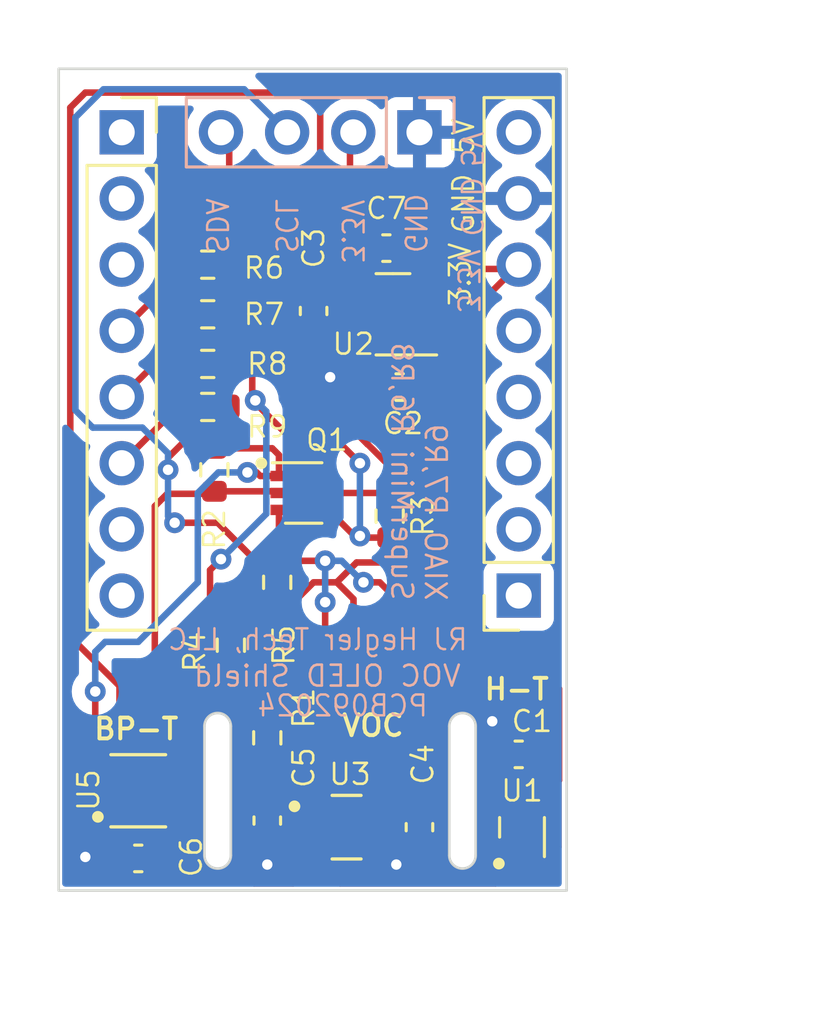
<source format=kicad_pcb>
(kicad_pcb (version 20221018) (generator pcbnew)
  (title_block (title "VOC Shield") (date "2024-09-30") (rev "V1.0") (company "RJ HeglerTechnologies, LLC"))
  (layers (0 "F.Cu" signal) (31 "B.Cu" signal) (34 "B.Paste" user) (35 "F.Paste" user) (36 "B.SilkS" user "B.Silkscreen") (37 "F.SilkS" user "F.Silkscreen") (38 "B.Mask" user) (39 "F.Mask" user) (44 "Edge.Cuts" user))
  (net 0 "")
  (net 1 "+3.3V")
  (net 2 "GND")
  (net 3 "+1V8")
  (net 4 "Net-(U3-VDD)")
  (net 5 "/SDA1_8")
  (net 6 "/SCL")
  (net 7 "/SCL1_8")
  (net 8 "/SDA")
  (net 12 "unconnected-(J1-Pin_7-Pad7)")
  (net 20 "Net-(J1-Pin_6)")
  (net 21 "Net-(J1-Pin_5)")
  (net 22 "Net-(J1-Pin_4)")
  (footprint "RJHTEC:XCDR_SGP40-D-R4[1]" (layer "F.Cu") (at 122.551 91.567)
    (fp_text reference "U3" (at 0.131 -2.032) (layer "F.SilkS") (effects (font (size 0.8 0.8) (thickness 0.1))))
    (fp_text value "SGP41-D-R4")
    (fp_line (start -0.555 -1.22) (end 0.555 -1.22) (stroke (width 0.127)) (layer "F.SilkS"))
    (fp_line (start 0.555 1.22) (end -0.555 1.22) (stroke (width 0.127)) (layer "F.SilkS"))
    (fp_circle (center -2 -0.8) (end -1.9 -0.8) (stroke (width 0.2)) (fill none) (layer "F.SilkS"))
    (pad "1" smd rect (at -1.15 -0.8) (size 0.55 0.4) (layers "F.Cu" "F.Paste" "F.Mask") (net 4 "Net-(U3-VDD)"))
    (pad "2" smd rect (at -1.15 0) (size 0.55 0.4) (layers "F.Cu" "F.Paste" "F.Mask") (net 2 "GND"))
    (pad "3" smd rect (at -1.15 0.8) (size 0.55 0.4) (layers "F.Cu" "F.Paste" "F.Mask") (net 8 "/SDA"))
    (pad "4" smd rect (at 1.15 0.8) (size 0.55 0.4) (layers "F.Cu" "F.Paste" "F.Mask") (net 2 "GND"))
    (pad "5" smd rect (at 1.15 0) (size 0.55 0.4) (layers "F.Cu" "F.Paste" "F.Mask") (net 1 "+3.3V"))
    (pad "6" smd rect (at 1.15 -0.8) (size 0.55 0.4) (layers "F.Cu" "F.Paste" "F.Mask") (net 6 "/SCL"))
    (pad "7" smd custom (at 0 0) (size 1 1) (layers "F.Cu") (net 2 "GND") (options (clearance outline) (anchor rect)) (primitives (gr_poly (pts (xy -0.625 0.85) (xy -0.625 -0.55) (xy -0.325 -0.85) (xy 0.625 -0.85) (xy 0.625 0.85)) (width 0.01) (fill yes))))
  )
  (footprint "Resistor_SMD:R_0603_1608Metric" (layer "F.Cu") (at 119.888 82.169 90)
    (fp_text reference "R5" (at -2.413 0.254 90) (layer "F.SilkS") (effects (font (size 0.8 0.8) (thickness 0.1))))
    (fp_text value "10k")
    (fp_line (start -0.237258 -0.5225) (end 0.237258 -0.5225) (stroke (width 0.12)) (layer "F.SilkS"))
    (fp_line (start -0.237258 0.5225) (end 0.237258 0.5225) (stroke (width 0.12)) (layer "F.SilkS"))
    (pad "1" smd roundrect (at -0.825 0 90) (size 0.8 0.95) (layers "F.Cu" "F.Paste" "F.Mask") (net 1 "+3.3V"))
    (pad "2" smd roundrect (at 0.825 0 90) (size 0.8 0.95) (layers "F.Cu" "F.Paste" "F.Mask") (net 6 "/SCL"))
  )
  (footprint "Capacitor_SMD:C_0603_1608Metric" (layer "F.Cu") (at 125.349 91.567 -90)
    (fp_text reference "C4" (at -2.413 -0.127 90) (layer "F.SilkS") (effects (font (size 0.8 0.8) (thickness 0.1))))
    (fp_text value "1uF")
    (fp_line (start -0.14058 -0.51) (end 0.14058 -0.51) (stroke (width 0.12)) (layer "F.SilkS"))
    (fp_line (start -0.14058 0.51) (end 0.14058 0.51) (stroke (width 0.12)) (layer "F.SilkS"))
    (pad "1" smd roundrect (at -0.775 0 270) (size 0.9 0.95) (layers "F.Cu" "F.Paste" "F.Mask") (net 1 "+3.3V"))
    (pad "2" smd roundrect (at 0.775 0 270) (size 0.9 0.95) (layers "F.Cu" "F.Paste" "F.Mask") (net 2 "GND"))
  )
  (footprint "Resistor_SMD:R_0603_1608Metric" (layer "F.Cu") (at 117.221 71.882 180)
    (fp_text reference "R7" (at -2.159 0) (layer "F.SilkS") (effects (font (size 0.8 0.8) (thickness 0.1))))
    (fp_text value "0")
    (fp_line (start -0.237258 -0.5225) (end 0.237258 -0.5225) (stroke (width 0.12)) (layer "F.SilkS"))
    (fp_line (start -0.237258 0.5225) (end 0.237258 0.5225) (stroke (width 0.12)) (layer "F.SilkS"))
    (pad "1" smd roundrect (at -0.825 0 180) (size 0.8 0.95) (layers "F.Cu" "F.Paste" "F.Mask") (net 8 "/SDA"))
    (pad "2" smd roundrect (at 0.825 0 180) (size 0.8 0.95) (layers "F.Cu" "F.Paste" "F.Mask") (net 21 "Net-(J1-Pin_5)"))
  )
  (footprint "Capacitor_SMD:C_0603_1608Metric" (layer "F.Cu") (at 124.587 74.676 180)
    (fp_text reference "C2" (at -0.127 -1.397) (layer "F.SilkS") (effects (font (size 0.8 0.8) (thickness 0.1))))
    (fp_text value "1uF")
    (fp_line (start -0.14058 -0.51) (end 0.14058 -0.51) (stroke (width 0.12)) (layer "F.SilkS"))
    (fp_line (start -0.14058 0.51) (end 0.14058 0.51) (stroke (width 0.12)) (layer "F.SilkS"))
    (pad "1" smd roundrect (at -0.775 0 180) (size 0.9 0.95) (layers "F.Cu" "F.Paste" "F.Mask") (net 1 "+3.3V"))
    (pad "2" smd roundrect (at 0.775 0 180) (size 0.9 0.95) (layers "F.Cu" "F.Paste" "F.Mask") (net 2 "GND"))
  )
  (footprint "Package_TO_SOT_SMD:SOT-23" (layer "F.Cu") (at 124.333 71.882 180)
    (fp_text reference "U2" (at 1.524 -1.143) (layer "F.SilkS") (effects (font (size 0.8 0.8) (thickness 0.1))))
    (fp_text value "AP7313-18SAG-7")
    (fp_line (start 0 -1.56) (end -1.675 -1.56) (stroke (width 0.12)) (layer "F.SilkS"))
    (fp_line (start 0 -1.56) (end 0.65 -1.56) (stroke (width 0.12)) (layer "F.SilkS"))
    (fp_line (start 0 1.56) (end -0.65 1.56) (stroke (width 0.12)) (layer "F.SilkS"))
    (fp_line (start 0 1.56) (end 0.65 1.56) (stroke (width 0.12)) (layer "F.SilkS"))
    (pad "1" smd roundrect (at -0.9375 -0.95 180) (size 1.475 0.6) (layers "F.Cu" "F.Paste" "F.Mask") (net 1 "+3.3V"))
    (pad "2" smd roundrect (at -0.9375 0.95 180) (size 1.475 0.6) (layers "F.Cu" "F.Paste" "F.Mask") (net 3 "+1V8"))
    (pad "3" smd roundrect (at 0.9375 0 180) (size 1.475 0.6) (layers "F.Cu" "F.Paste" "F.Mask") (net 2 "GND"))
  )
  (footprint "Capacitor_SMD:C_0603_1608Metric" (layer "F.Cu") (at 124.079 69.342)
    (fp_text reference "C7" (at 0 -1.524) (layer "F.SilkS") (effects (font (size 0.8 0.8) (thickness 0.1))))
    (fp_text value "1uF")
    (fp_line (start -0.14058 -0.51) (end 0.14058 -0.51) (stroke (width 0.12)) (layer "F.SilkS"))
    (fp_line (start -0.14058 0.51) (end 0.14058 0.51) (stroke (width 0.12)) (layer "F.SilkS"))
    (pad "1" smd roundrect (at -0.775 0) (size 0.9 0.95) (layers "F.Cu" "F.Paste" "F.Mask") (net 1 "+3.3V"))
    (pad "2" smd roundrect (at 0.775 0) (size 0.9 0.95) (layers "F.Cu" "F.Paste" "F.Mask") (net 2 "GND"))
  )
  (footprint "Resistor_SMD:R_0603_1608Metric" (layer "F.Cu") (at 117.221 73.787 180)
    (fp_text reference "R8" (at -2.286 0) (layer "F.SilkS") (effects (font (size 0.8 0.8) (thickness 0.1))))
    (fp_text value "0")
    (fp_line (start -0.237258 -0.5225) (end 0.237258 -0.5225) (stroke (width 0.12)) (layer "F.SilkS"))
    (fp_line (start -0.237258 0.5225) (end 0.237258 0.5225) (stroke (width 0.12)) (layer "F.SilkS"))
    (pad "1" smd roundrect (at -0.825 0 180) (size 0.8 0.95) (layers "F.Cu" "F.Paste" "F.Mask") (net 6 "/SCL"))
    (pad "2" smd roundrect (at 0.825 0 180) (size 0.8 0.95) (layers "F.Cu" "F.Paste" "F.Mask") (net 21 "Net-(J1-Pin_5)"))
  )
  (footprint "Package_TO_SOT_SMD:SOT-363_SC-70-6" (layer "F.Cu") (at 120.904 78.74)
    (fp_text reference "Q1" (at 0.889 -2.032) (layer "F.SilkS") (effects (font (size 0.8 0.8) (thickness 0.1))))
    (fp_text value "UM6K34N")
    (fp_line (start -0.7 1.16) (end 0.7 1.16) (stroke (width 0.12)) (layer "F.SilkS"))
    (fp_line (start 0.7 -1.16) (end -1.2 -1.16) (stroke (width 0.12)) (layer "F.SilkS"))
    (pad "1" smd rect (at -0.95 -0.65) (size 0.65 0.4) (layers "F.Cu" "F.Paste" "F.Mask") (net 5 "/SDA1_8"))
    (pad "2" smd rect (at -0.95 0) (size 0.65 0.4) (layers "F.Cu" "F.Paste" "F.Mask") (net 3 "+1V8"))
    (pad "3" smd rect (at -0.95 0.65) (size 0.65 0.4) (layers "F.Cu" "F.Paste" "F.Mask") (net 6 "/SCL"))
    (pad "4" smd rect (at 0.95 0.65) (size 0.65 0.4) (layers "F.Cu" "F.Paste" "F.Mask") (net 7 "/SCL1_8"))
    (pad "5" smd rect (at 0.95 0) (size 0.65 0.4) (layers "F.Cu" "F.Paste" "F.Mask") (net 3 "+1V8"))
    (pad "6" smd rect (at 0.95 -0.65) (size 0.65 0.4) (layers "F.Cu" "F.Paste" "F.Mask") (net 8 "/SDA"))
  )
  (footprint "ICP_10111:PSON65P250X200X100-8N" (layer "F.Cu") (at 114.554 90.17 90)
    (fp_text reference "U5" (at 0.02672 -1.906224 90) (layer "F.SilkS") (effects (font (size 0.8 0.8) (thickness 0.1))))
    (fp_text value "ICP-10111")
    (fp_line (start -1.385 1.05) (end -1.385 -1.05) (stroke (width 0.127)) (layer "F.SilkS"))
    (fp_line (start 1.385 1.05) (end 1.385 -1.05) (stroke (width 0.127)) (layer "F.SilkS"))
    (fp_circle (center -1 -1.5) (end -0.95 -1.5) (stroke (width 0.1)) (fill none) (layer "F.SilkS"))
    (pad "1" smd rect (at -0.975 -0.72 90) (size 0.35 0.35) (layers "F.Cu" "F.Paste" "F.Mask") (net 2 "GND"))
    (pad "2" smd rect (at -0.325 -0.72 90) (size 0.35 0.35) (layers "F.Cu" "F.Paste" "F.Mask") (net 2 "GND"))
    (pad "3" smd rect (at 0.325 -0.72 90) (size 0.35 0.35) (layers "F.Cu" "F.Paste" "F.Mask") (net 5 "/SDA1_8"))
    (pad "4" smd rect (at 0.975 -0.72 90) (size 0.35 0.35) (layers "F.Cu" "F.Paste" "F.Mask") (net 7 "/SCL1_8"))
    (pad "5" smd rect (at 0.975 0.72 90) (size 0.35 0.35) (layers "F.Cu" "F.Paste" "F.Mask") (net 2 "GND"))
    (pad "6" smd rect (at 0.325 0.72 90) (size 0.35 0.35) (layers "F.Cu" "F.Paste" "F.Mask") (net 2 "GND"))
    (pad "7" smd rect (at -0.325 0.72 90) (size 0.35 0.35) (layers "F.Cu" "F.Paste" "F.Mask") (net 2 "GND"))
    (pad "8" smd rect (at -0.975 0.72 90) (size 0.35 0.35) (layers "F.Cu" "F.Paste" "F.Mask") (net 3 "+1V8"))
  )
  (footprint "Capacitor_SMD:C_0603_1608Metric" (layer "F.Cu") (at 114.554 92.766 180)
    (fp_text reference "C6" (at -2.032 0.056 90) (layer "F.SilkS") (effects (font (size 0.8 0.8) (thickness 0.1))))
    (fp_text value "0.1uF")
    (fp_line (start -0.14058 -0.51) (end 0.14058 -0.51) (stroke (width 0.12)) (layer "F.SilkS"))
    (fp_line (start -0.14058 0.51) (end 0.14058 0.51) (stroke (width 0.12)) (layer "F.SilkS"))
    (pad "1" smd roundrect (at -0.775 0 180) (size 0.9 0.95) (layers "F.Cu" "F.Paste" "F.Mask") (net 3 "+1V8"))
    (pad "2" smd roundrect (at 0.775 0 180) (size 0.9 0.95) (layers "F.Cu" "F.Paste" "F.Mask") (net 2 "GND"))
  )
  (footprint "Connector_PinSocket_2.54mm:PinSocket_1x08_P2.54mm_Vertical" (layer "F.Cu") (at 113.919 64.897)
    (fp_text reference "J1" hide)
    (fp_text value "Conn_01x08")
    (fp_line (start -1.33 1.27) (end -1.33 19.11) (stroke (width 0.12)) (layer "F.SilkS"))
    (fp_line (start -1.33 1.27) (end 1.33 1.27) (stroke (width 0.12)) (layer "F.SilkS"))
    (fp_line (start -1.33 19.11) (end 1.33 19.11) (stroke (width 0.12)) (layer "F.SilkS"))
    (fp_line (start 0 -1.33) (end 1.33 -1.33) (stroke (width 0.12)) (layer "F.SilkS"))
    (fp_line (start 1.33 -1.33) (end 1.33 0) (stroke (width 0.12)) (layer "F.SilkS"))
    (fp_line (start 1.33 1.27) (end 1.33 19.11) (stroke (width 0.12)) (layer "F.SilkS"))
    (pad "1" thru_hole rect locked (at 0 0) (size 1.7 1.7) (drill 1) (layers "*.Cu" "*.Mask"))
    (pad "2" thru_hole oval locked (at 0 2.54) (size 1.7 1.7) (drill 1) (layers "*.Cu" "*.Mask"))
    (pad "3" thru_hole oval locked (at 0 5.08) (size 1.7 1.7) (drill 1) (layers "*.Cu" "*.Mask"))
    (pad "4" thru_hole oval locked (at 0 7.62) (size 1.7 1.7) (drill 1) (layers "*.Cu" "*.Mask") (net 22 "Net-(J1-Pin_4)"))
    (pad "5" thru_hole oval locked (at 0 10.16) (size 1.7 1.7) (drill 1) (layers "*.Cu" "*.Mask") (net 21 "Net-(J1-Pin_5)"))
    (pad "6" thru_hole oval locked (at 0 12.7) (size 1.7 1.7) (drill 1) (layers "*.Cu" "*.Mask") (net 20 "Net-(J1-Pin_6)"))
    (pad "7" thru_hole oval locked (at 0 15.24) (size 1.7 1.7) (drill 1) (layers "*.Cu" "*.Mask") (net 12 "unconnected-(J1-Pin_7-Pad7)"))
    (pad "8" thru_hole oval locked (at 0 17.78) (size 1.7 1.7) (drill 1) (layers "*.Cu" "*.Mask"))
  )
  (footprint "Resistor_SMD:R_0603_1608Metric" (layer "F.Cu") (at 119.507 88.138 -90)
    (fp_text reference "R1" (at -1.143 -1.397 90) (layer "F.SilkS") (effects (font (size 0.8 0.8) (thickness 0.1))))
    (fp_text value "4.7")
    (fp_line (start -0.237258 -0.5225) (end 0.237258 -0.5225) (stroke (width 0.12)) (layer "F.SilkS"))
    (fp_line (start -0.237258 0.5225) (end 0.237258 0.5225) (stroke (width 0.12)) (layer "F.SilkS"))
    (pad "1" smd roundrect (at -0.825 0 270) (size 0.8 0.95) (layers "F.Cu" "F.Paste" "F.Mask") (net 1 "+3.3V"))
    (pad "2" smd roundrect (at 0.825 0 270) (size 0.8 0.95) (layers "F.Cu" "F.Paste" "F.Mask") (net 4 "Net-(U3-VDD)"))
  )
  (footprint "Resistor_SMD:R_0603_1608Metric" (layer "F.Cu") (at 118.11 84.582 -90)
    (fp_text reference "R4" (at 0.254 1.397 90) (layer "F.SilkS") (effects (font (size 0.8 0.8) (thickness 0.1))))
    (fp_text value "10k")
    (fp_line (start -0.237258 -0.5225) (end 0.237258 -0.5225) (stroke (width 0.12)) (layer "F.SilkS"))
    (fp_line (start -0.237258 0.5225) (end 0.237258 0.5225) (stroke (width 0.12)) (layer "F.SilkS"))
    (pad "1" smd roundrect (at -0.825 0 270) (size 0.8 0.95) (layers "F.Cu" "F.Paste" "F.Mask") (net 1 "+3.3V"))
    (pad "2" smd roundrect (at 0.825 0 270) (size 0.8 0.95) (layers "F.Cu" "F.Paste" "F.Mask") (net 8 "/SDA"))
  )
  (footprint "Resistor_SMD:R_0603_1608Metric" (layer "F.Cu") (at 124.206 79.629 -90)
    (fp_text reference "R3" (at 0 -1.27 90) (layer "F.SilkS") (effects (font (size 0.8 0.8) (thickness 0.1))))
    (fp_text value "10k")
    (fp_line (start -0.237258 -0.5225) (end 0.237258 -0.5225) (stroke (width 0.12)) (layer "F.SilkS"))
    (fp_line (start -0.237258 0.5225) (end 0.237258 0.5225) (stroke (width 0.12)) (layer "F.SilkS"))
    (pad "1" smd roundrect (at -0.825 0 270) (size 0.8 0.95) (layers "F.Cu" "F.Paste" "F.Mask") (net 3 "+1V8"))
    (pad "2" smd roundrect (at 0.825 0 270) (size 0.8 0.95) (layers "F.Cu" "F.Paste" "F.Mask") (net 7 "/SCL1_8"))
  )
  (footprint "Capacitor_SMD:C_0603_1608Metric" (layer "F.Cu") (at 121.285 71.755 -90)
    (fp_text reference "C3" (at -2.413 0 -270) (layer "F.SilkS") (effects (font (size 0.8 0.8) (thickness 0.1))))
    (fp_text value "1uF")
    (fp_line (start -0.14058 -0.51) (end 0.14058 -0.51) (stroke (width 0.12)) (layer "F.SilkS"))
    (fp_line (start -0.14058 0.51) (end 0.14058 0.51) (stroke (width 0.12)) (layer "F.SilkS"))
    (pad "1" smd roundrect (at -0.775 0 270) (size 0.9 0.95) (layers "F.Cu" "F.Paste" "F.Mask") (net 3 "+1V8"))
    (pad "2" smd roundrect (at 0.775 0 270) (size 0.9 0.95) (layers "F.Cu" "F.Paste" "F.Mask") (net 2 "GND"))
  )
  (footprint "Resistor_SMD:R_0603_1608Metric" (layer "F.Cu") (at 117.221 75.438 180)
    (fp_text reference "R9" (at -2.286 -0.762) (layer "F.SilkS") (effects (font (size 0.8 0.8) (thickness 0.1))))
    (fp_text value "0")
    (fp_line (start -0.237258 -0.5225) (end 0.237258 -0.5225) (stroke (width 0.12)) (layer "F.SilkS"))
    (fp_line (start -0.237258 0.5225) (end 0.237258 0.5225) (stroke (width 0.12)) (layer "F.SilkS"))
    (pad "1" smd roundrect (at -0.825 0 180) (size 0.8 0.95) (layers "F.Cu" "F.Paste" "F.Mask") (net 6 "/SCL"))
    (pad "2" smd roundrect (at 0.825 0 180) (size 0.8 0.95) (layers "F.Cu" "F.Paste" "F.Mask") (net 20 "Net-(J1-Pin_6)"))
  )
  (footprint "Resistor_SMD:R_0603_1608Metric" (layer "F.Cu") (at 117.475 77.851 90)
    (fp_text reference "R2" (at -2.286 0 90) (layer "F.SilkS") (effects (font (size 0.8 0.8) (thickness 0.1))))
    (fp_text value "10k")
    (fp_line (start -0.237258 -0.5225) (end 0.237258 -0.5225) (stroke (width 0.12)) (layer "F.SilkS"))
    (fp_line (start -0.237258 0.5225) (end 0.237258 0.5225) (stroke (width 0.12)) (layer "F.SilkS"))
    (pad "1" smd roundrect (at -0.825 0 90) (size 0.8 0.95) (layers "F.Cu" "F.Paste" "F.Mask") (net 3 "+1V8"))
    (pad "2" smd roundrect (at 0.825 0 90) (size 0.8 0.95) (layers "F.Cu" "F.Paste" "F.Mask") (net 5 "/SDA1_8"))
  )
  (footprint "Capacitor_SMD:C_0603_1608Metric" (layer "F.Cu") (at 119.507 91.313 -90)
    (fp_text reference "C5" (at -2.032 -1.397 90) (layer "F.SilkS") (effects (font (size 0.8 0.8) (thickness 0.1))))
    (fp_text value "1uF")
    (fp_line (start -0.14058 -0.51) (end 0.14058 -0.51) (stroke (width 0.12)) (layer "F.SilkS"))
    (fp_line (start -0.14058 0.51) (end 0.14058 0.51) (stroke (width 0.12)) (layer "F.SilkS"))
    (pad "1" smd roundrect (at -0.775 0 270) (size 0.9 0.95) (layers "F.Cu" "F.Paste" "F.Mask") (net 4 "Net-(U3-VDD)"))
    (pad "2" smd roundrect (at 0.775 0 270) (size 0.9 0.95) (layers "F.Cu" "F.Paste" "F.Mask") (net 2 "GND"))
  )
  (footprint "Connector_PinSocket_2.54mm:PinSocket_1x08_P2.54mm_Vertical" (layer "F.Cu") (at 129.159 82.677 180)
    (fp_text reference "J2" hide)
    (fp_text value "Conn_01x08")
    (fp_line (start -1.33 1.27) (end -1.33 19.11) (stroke (width 0.12)) (layer "F.SilkS"))
    (fp_line (start -1.33 1.27) (end 1.33 1.27) (stroke (width 0.12)) (layer "F.SilkS"))
    (fp_line (start -1.33 19.11) (end 1.33 19.11) (stroke (width 0.12)) (layer "F.SilkS"))
    (fp_line (start 0 -1.33) (end 1.33 -1.33) (stroke (width 0.12)) (layer "F.SilkS"))
    (fp_line (start 1.33 -1.33) (end 1.33 0) (stroke (width 0.12)) (layer "F.SilkS"))
    (fp_line (start 1.33 1.27) (end 1.33 19.11) (stroke (width 0.12)) (layer "F.SilkS"))
    (pad "1" thru_hole rect locked (at 0 0 180) (size 1.7 1.7) (drill 1) (layers "*.Cu" "*.Mask"))
    (pad "2" thru_hole oval locked (at 0 2.54 180) (size 1.7 1.7) (drill 1) (layers "*.Cu" "*.Mask"))
    (pad "3" thru_hole oval locked (at 0 5.08 180) (size 1.7 1.7) (drill 1) (layers "*.Cu" "*.Mask"))
    (pad "4" thru_hole oval locked (at 0 7.62 180) (size 1.7 1.7) (drill 1) (layers "*.Cu" "*.Mask"))
    (pad "5" thru_hole oval locked (at 0 10.16 180) (size 1.7 1.7) (drill 1) (layers "*.Cu" "*.Mask"))
    (pad "6" thru_hole oval locked (at 0 12.7 180) (size 1.7 1.7) (drill 1) (layers "*.Cu" "*.Mask") (net 1 "+3.3V"))
    (pad "7" thru_hole oval locked (at 0 15.24 180) (size 1.7 1.7) (drill 1) (layers "*.Cu" "*.Mask") (net 2 "GND"))
    (pad "8" thru_hole oval locked (at 0 17.78 180) (size 1.7 1.7) (drill 1) (layers "*.Cu" "*.Mask"))
  )
  (footprint "Sensor_Humidity:Sensirion_DFN-4_1.5x1.5mm_P0.8mm_SHT4x_NoCentralPad" (layer "F.Cu") (at 129.286 91.948 90)
    (fp_text reference "U1" (at 1.778 0 180) (layer "F.SilkS") (effects (font (size 0.8 0.8) (thickness 0.1))))
    (fp_text value "SHT40-AD1B")
    (fp_line (start -0.75 0.86) (end 0.75 0.86) (stroke (width 0.12)) (layer "F.SilkS"))
    (fp_line (start 0 -0.86) (end 0.75 -0.86) (stroke (width 0.12)) (layer "F.SilkS"))
    (pad "1" smd rect (at -0.7 -0.4 90) (size 0.5 0.3) (layers "F.Cu" "F.Paste" "F.Mask") (net 8 "/SDA"))
    (pad "2" smd rect (at -0.7 0.4 90) (size 0.5 0.3) (layers "F.Cu" "F.Paste" "F.Mask") (net 6 "/SCL"))
    (pad "3" smd rect (at 0.7 0.4 90) (size 0.5 0.3) (layers "F.Cu" "F.Paste" "F.Mask") (net 1 "+3.3V"))
    (pad "4" smd rect (at 0.7 -0.4 90) (size 0.5 0.3) (layers "F.Cu" "F.Paste" "F.Mask") (net 2 "GND"))
  )
  (footprint "Capacitor_SMD:C_0603_1608Metric" (layer "F.Cu") (at 129.159 88.773 180)
    (fp_text reference "C1" (at -0.508 1.27) (layer "F.SilkS") (effects (font (size 0.8 0.8) (thickness 0.1))))
    (fp_text value "0.1uF")
    (fp_line (start -0.14058 -0.51) (end 0.14058 -0.51) (stroke (width 0.12)) (layer "F.SilkS"))
    (fp_line (start -0.14058 0.51) (end 0.14058 0.51) (stroke (width 0.12)) (layer "F.SilkS"))
    (pad "1" smd roundrect (at -0.775 0 180) (size 0.9 0.95) (layers "F.Cu" "F.Paste" "F.Mask") (net 1 "+3.3V"))
    (pad "2" smd roundrect (at 0.775 0 180) (size 0.9 0.95) (layers "F.Cu" "F.Paste" "F.Mask") (net 2 "GND"))
  )
  (footprint "Resistor_SMD:R_0603_1608Metric" (layer "F.Cu") (at 117.221 69.977 180)
    (fp_text reference "R6" (at -2.159 -0.127) (layer "F.SilkS") (effects (font (size 0.8 0.8) (thickness 0.1))))
    (fp_text value "0")
    (fp_line (start -0.237258 -0.5225) (end 0.237258 -0.5225) (stroke (width 0.12)) (layer "F.SilkS"))
    (fp_line (start -0.237258 0.5225) (end 0.237258 0.5225) (stroke (width 0.12)) (layer "F.SilkS"))
    (pad "1" smd roundrect (at -0.825 0 180) (size 0.8 0.95) (layers "F.Cu" "F.Paste" "F.Mask") (net 8 "/SDA"))
    (pad "2" smd roundrect (at 0.825 0 180) (size 0.8 0.95) (layers "F.Cu" "F.Paste" "F.Mask") (net 22 "Net-(J1-Pin_4)"))
  )
  (footprint "Connector_PinSocket_2.54mm:PinSocket_1x04_P2.54mm_Vertical" (layer "B.Cu") (at 125.349 64.897 90)
    (fp_text reference "J3" hide)
    (fp_text value "OLED Display")
    (fp_line (start -1.33 -8.95) (end 1.33 -8.95) (stroke (width 0.12)) (layer "B.SilkS"))
    (fp_line (start -1.33 -1.27) (end -1.33 -8.95) (stroke (width 0.12)) (layer "B.SilkS"))
    (fp_line (start -1.33 -1.27) (end 1.33 -1.27) (stroke (width 0.12)) (layer "B.SilkS"))
    (fp_line (start 0 1.33) (end 1.33 1.33) (stroke (width 0.12)) (layer "B.SilkS"))
    (fp_line (start 1.33 -1.27) (end 1.33 -8.95) (stroke (width 0.12)) (layer "B.SilkS"))
    (fp_line (start 1.33 1.33) (end 1.33 0) (stroke (width 0.12)) (layer "B.SilkS"))
    (pad "1" thru_hole rect locked (at 0 0 90) (size 1.7 1.7) (drill 1) (layers "*.Cu" "*.Mask") (net 2 "GND"))
    (pad "2" thru_hole oval locked (at 0 -2.54 90) (size 1.7 1.7) (drill 1) (layers "*.Cu" "*.Mask") (net 1 "+3.3V"))
    (pad "3" thru_hole oval locked (at 0 -5.08 90) (size 1.7 1.7) (drill 1) (layers "*.Cu" "*.Mask") (net 6 "/SCL"))
    (pad "4" thru_hole oval locked (at 0 -7.62 90) (size 1.7 1.7) (drill 1) (layers "*.Cu" "*.Mask") (net 8 "/SDA"))
  )
  (gr_circle (center 119.28 77.597) (end 119.38 77.597) (stroke (width 0.25)) (fill solid) (layer "F.SilkS"))
  (gr_circle (center 113.004 91.17) (end 113.104 91.17) (stroke (width 0.25)) (fill solid) (layer "F.SilkS"))
  (gr_circle (center 120.551 90.767) (end 120.651 90.767) (stroke (width 0.25)) (fill solid) (layer "F.SilkS"))
  (gr_circle (center 128.397 92.964) (end 128.497 92.964) (stroke (width 0.25)) (fill solid) (layer "F.SilkS"))
  (gr_circle (center 119.28 77.597) (end 119.38 77.597) (stroke (width 0.15)) (fill solid) (layer "F.SilkS"))
  (gr_arc (start 127.508 92.6465) (mid 127 93.1545) (end 126.492 92.6465) (stroke (width 0.1)) (layer "Edge.Cuts"))
  (gr_rect locked (start 111.5 62.46) (end 131 94) (stroke (width 0.1)) (fill none) (layer "Edge.Cuts"))
  (gr_line (start 127.508 87.6935) (end 127.508 92.6465) (stroke (width 0.1)) (layer "Edge.Cuts"))
  (gr_line (start 126.492 87.6935) (end 126.492 92.6465) (stroke (width 0.1)) (layer "Edge.Cuts"))
  (gr_arc (start 117.094 87.6935) (mid 117.602 87.1855) (end 118.11 87.6935) (stroke (width 0.1)) (layer "Edge.Cuts"))
  (gr_arc (start 126.492 87.6935) (mid 127 87.1855) (end 127.508 87.6935) (stroke (width 0.1)) (layer "Edge.Cuts"))
  (gr_line (start 117.094 87.6935) (end 117.094 92.6465) (stroke (width 0.1)) (layer "Edge.Cuts"))
  (gr_arc (start 118.11 92.6465) (mid 117.602 93.1545) (end 117.094 92.6465) (stroke (width 0.1)) (layer "Edge.Cuts"))
  (gr_line (start 118.11 87.6935) (end 118.11 92.6465) (stroke (width 0.1)) (layer "Edge.Cuts"))
  (gr_text "VOC OLED Shield" (at 127 86.233) (layer "B.SilkS") (effects (font (size 0.8 0.8) (thickness 0.1)) (justify left bottom mirror)))
  (gr_text "SCL" (at 119.761 69.596 -90) (layer "B.SilkS") (effects (font (size 0.8 0.75) (thickness 0.09375)) (justify left bottom mirror)))
  (gr_text "SDA" (at 117.094 69.596 -90) (layer "B.SilkS") (effects (font (size 0.8 0.75) (thickness 0.09375)) (justify left bottom mirror)))
  (gr_text "GND" (at 124.714 69.596 -90) (layer "B.SilkS") (effects (font (size 0.8 0.75) (thickness 0.09375)) (justify left bottom mirror)))
  (gr_text "PCB092024" (at 125.73 87.376) (layer "B.SilkS") (effects (font (size 0.8 0.75) (thickness 0.09375)) (justify left bottom mirror)))
  (gr_text "GND" (at 126.873 68.961 -90) (layer "B.SilkS") (effects (font (size 0.8 0.75) (thickness 0.09375)) (justify left bottom mirror)))
  (gr_text "XIAO R7,R9\nSuperMini R6,R8" (at 124.206 82.931 270) (layer "B.SilkS") (effects (font (size 0.8 0.8) (thickness 0.1)) (justify left bottom mirror)))
  (gr_text "5V" (at 126.873 66.294 -90) (layer "B.SilkS") (effects (font (size 0.8 0.75) (thickness 0.09375)) (justify left bottom mirror)))
  (gr_text "3.3V" (at 126.746 71.882 270) (layer "B.SilkS") (effects (font (size 0.8 0.75) (thickness 0.09375)) (justify left bottom mirror)))
  (gr_text "3.3V" (at 122.301 69.977 -90) (layer "B.SilkS") (effects (font (size 0.8 0.75) (thickness 0.09375)) (justify left bottom mirror)))
  (gr_text "RJ Hegler Tech, LLC" (at 127.254 84.836) (layer "B.SilkS") (effects (font (size 0.8 0.75) (thickness 0.09375)) (justify left bottom mirror)))
  (gr_text "BP-T" (at 112.776 88.265) (layer "F.SilkS") (effects (font (size 0.8 0.8)) (justify left bottom)))
  (gr_text "GND" (at 127.508 68.834 90) (layer "F.SilkS") (effects (font (size 0.8 0.75) (thickness 0.09375)) (justify left bottom)))
  (gr_text "5V" (at 127.508 65.786 90) (layer "F.SilkS") (effects (font (size 0.8 0.75) (thickness 0.09375)) (justify left bottom)))
  (gr_text "VOC" (at 122.301 88.138) (layer "F.SilkS") (effects (font (size 0.8 0.8)) (justify left bottom)))
  (gr_text "H-T" (at 127.762 86.741) (layer "F.SilkS") (effects (font (size 0.8 0.8)) (justify left bottom)))
  (gr_text "3.3V" (at 127.381 71.628 90) (layer "F.SilkS") (effects (font (size 0.8 0.75) (thickness 0.09375)) (justify left bottom)))
  (segment (start 122.936 81.407) (end 122.174 82.169) (width 0.25) (layer "F.Cu") (net 1))
  (segment (start 129.68 86.741) (end 129.934 86.995) (width 0.25) (layer "F.Cu") (net 1))
  (segment (start 119.888 82.994) (end 118.873 82.994) (width 0.25) (layer "F.Cu") (net 1))
  (segment (start 125.362 74.676) (end 125.476 74.79) (width 0.25) (layer "F.Cu") (net 1))
  (segment (start 129.159 69.977) (end 128.994 70.142) (width 0.25) (layer "F.Cu") (net 1))
  (segment (start 129.413 69.977) (end 129.159 69.977) (width 0.25) (layer "F.Cu") (net 1))
  (segment (start 124.104 70.142) (end 123.304 69.342) (width 0.25) (layer "F.Cu") (net 1))
  (segment (start 122.816824 82.811824) (end 122.816824 84.970824) (width 0.25) (layer "F.Cu") (net 1))
  (segment (start 125.349 87.503) (end 126.111 86.741) (width 0.25) (layer "F.Cu") (net 1))
  (segment (start 125.476 81.153) (end 125.222 81.407) (width 0.25) (layer "F.Cu") (net 1))
  (segment (start 122.816824 84.970824) (end 125.349 87.503) (width 0.25) (layer "F.Cu") (net 1))
  (segment (start 124.574 91.567) (end 125.349 90.792) (width 0.25) (layer "F.Cu") (net 1))
  (segment (start 128.994 70.142) (end 124.104 70.142) (width 0.25) (layer "F.Cu") (net 1))
  (segment (start 129.686 89.529) (end 129.686 91.248) (width 0.25) (layer "F.Cu") (net 1))
  (segment (start 125.222 81.407) (end 122.936 81.407) (width 0.25) (layer "F.Cu") (net 1))
  (segment (start 119.507 84.709) (end 119.507 87.313) (width 0.25) (layer "F.Cu") (net 1))
  (segment (start 125.476 74.79) (end 125.476 81.153) (width 0.25) (layer "F.Cu") (net 1))
  (segment (start 129.934 86.995) (end 129.934 89.281) (width 0.25) (layer "F.Cu") (net 1))
  (segment (start 122.682 67.183) (end 123.304 67.805) (width 0.25) (layer "F.Cu") (net 1))
  (segment (start 118.873 82.994) (end 118.11 83.757) (width 0.25) (layer "F.Cu") (net 1))
  (segment (start 122.174 82.169) (end 121.285 82.169) (width 0.25) (layer "F.Cu") (net 1))
  (segment (start 119.888 84.328) (end 119.507 84.709) (width 0.25) (layer "F.Cu") (net 1))
  (segment (start 129.934 89.281) (end 129.686 89.529) (width 0.25) (layer "F.Cu") (net 1))
  (segment (start 126.111 86.741) (end 129.68 86.741) (width 0.25) (layer "F.Cu") (net 1))
  (segment (start 123.304 67.805) (end 123.304 69.342) (width 0.25) (layer "F.Cu") (net 1))
  (segment (start 126.304 72.832) (end 129.159 69.977) (width 0.25) (layer "F.Cu") (net 1))
  (segment (start 120.46 82.994) (end 119.888 82.994) (width 0.25) (layer "F.Cu") (net 1))
  (segment (start 122.174 82.169) (end 122.816824 82.811824) (width 0.25) (layer "F.Cu") (net 1))
  (segment (start 123.701 91.567) (end 124.574 91.567) (width 0.25) (layer "F.Cu") (net 1))
  (segment (start 122.809 64.897) (end 122.682 65.024) (width 0.25) (layer "F.Cu") (net 1))
  (segment (start 125.362 72.9235) (end 125.2705 72.832) (width 0.25) (layer "F.Cu") (net 1))
  (segment (start 125.2705 72.832) (end 126.304 72.832) (width 0.25) (layer "F.Cu") (net 1))
  (segment (start 125.349 87.503) (end 125.349 90.792) (width 0.25) (layer "F.Cu") (net 1))
  (segment (start 119.888 82.994) (end 119.888 84.328) (width 0.25) (layer "F.Cu") (net 1))
  (segment (start 125.362 74.676) (end 125.362 72.9235) (width 0.25) (layer "F.Cu") (net 1))
  (segment (start 121.285 82.169) (end 120.46 82.994) (width 0.25) (layer "F.Cu") (net 1))
  (segment (start 122.682 65.024) (end 122.682 67.183) (width 0.25) (layer "F.Cu") (net 1))
  (segment (start 128.384 87.744) (end 128.384 89.281) (width 0.25) (layer "F.Cu") (net 2))
  (segment (start 123.571 72.0575) (end 123.3955 71.882) (width 0.25) (layer "F.Cu") (net 2))
  (segment (start 125.349 67.056) (end 125.349 64.897) (width 0.25) (layer "F.Cu") (net 2))
  (segment (start 122.551 91.567) (end 121.401 91.567) (width 0.25) (layer "F.Cu") (net 2))
  (segment (start 123.812 74.676) (end 123.571 74.435) (width 0.25) (layer "F.Cu") (net 2))
  (segment (start 121.285 73.66) (end 121.92 74.295) (width 0.25) (layer "F.Cu") (net 2))
  (segment (start 124.854 69.342) (end 124.854 67.551) (width 0.25) (layer "F.Cu") (net 2))
  (segment (start 121.933 71.882) (end 121.285 72.53) (width 0.25) (layer "F.Cu") (net 2))
  (segment (start 128.886 89.783) (end 128.384 89.281) (width 0.25) (layer "F.Cu") (net 2))
  (segment (start 123.571 74.435) (end 123.571 72.0575) (width 0.25) (layer "F.Cu") (net 2))
  (segment (start 122.047 74.295) (end 121.92 74.295) (width 0.25) (layer "F.Cu") (net 2))
  (segment (start 123.3955 71.882) (end 121.933 71.882) (width 0.25) (layer "F.Cu") (net 2))
  (segment (start 123.812 74.676) (end 122.428 74.676) (width 0.25) (layer "F.Cu") (net 2))
  (segment (start 124.46 92.367) (end 124.46 93.001) (width 0.25) (layer "F.Cu") (net 2))
  (segment (start 113.834 91.779) (end 113.834 90.495) (width 0.25) (layer "F.Cu") (net 2))
  (segment (start 123.701 92.367) (end 124.46 92.367) (width 0.25) (layer "F.Cu") (net 2))
  (segment (start 124.854 67.551) (end 125.349 67.056) (width 0.25) (layer "F.Cu") (net 2))
  (segment (start 121.401 91.567) (end 120.777 91.567) (width 0.25) (layer "F.Cu") (net 2))
  (segment (start 115.274 89.845) (end 115.274 90.495) (width 0.25) (layer "F.Cu") (net 2))
  (segment (start 128.143 87.503) (end 128.384 87.744) (width 0.25) (layer "F.Cu") (net 2))
  (segment (start 115.274 89.195) (end 115.274 89.845) (width 0.25) (layer "F.Cu") (net 2))
  (segment (start 125.324 92.367) (end 125.349 92.342) (width 0.25) (layer "F.Cu") (net 2))
  (segment (start 112.522 92.71) (end 113.723 92.71) (width 0.25) (layer "F.Cu") (net 2))
  (segment (start 122.428 74.676) (end 122.047 74.295) (width 0.25) (layer "F.Cu") (net 2))
  (segment (start 119.507 92.088) (end 119.507 93.001) (width 0.25) (layer "F.Cu") (net 2))
  (segment (start 113.723 92.71) (end 113.779 92.766) (width 0.25) (layer "F.Cu") (net 2))
  (segment (start 113.834 90.495) (end 115.274 90.495) (width 0.25) (layer "F.Cu") (net 2))
  (segment (start 113.779 91.834) (end 113.834 91.779) (width 0.25) (layer "F.Cu") (net 2))
  (segment (start 121.285 72.53) (end 121.285 73.66) (width 0.25) (layer "F.Cu") (net 2))
  (segment (start 113.779 92.766) (end 113.779 91.834) (width 0.25) (layer "F.Cu") (net 2))
  (segment (start 120.256 92.088) (end 119.507 92.088) (width 0.25) (layer "F.Cu") (net 2))
  (segment (start 120.777 91.567) (end 120.256 92.088) (width 0.25) (layer "F.Cu") (net 2))
  (segment (start 124.46 92.367) (end 125.324 92.367) (width 0.25) (layer "F.Cu") (net 2))
  (segment (start 128.886 91.248) (end 128.886 89.783) (width 0.25) (layer "F.Cu") (net 2))
  (via (at 124.46 93.001) (size 0.8) (drill 0.4) (layers "F.Cu" "B.Cu") (net 2))
  (via (at 112.522 92.71) (size 0.8) (drill 0.4) (layers "F.Cu" "B.Cu") (net 2))
  (via (at 119.507 93.001) (size 0.8) (drill 0.4) (layers "F.Cu" "B.Cu") (net 2))
  (via (at 121.92 74.295) (size 0.8) (drill 0.4) (layers "F.Cu" "B.Cu") (net 2))
  (via (at 128.143 87.503) (size 0.8) (drill 0.4) (layers "F.Cu" "B.Cu") (net 2))
  (segment (start 123.354 76.872) (end 123.363305 76.872) (width 0.25) (layer "F.Cu") (net 3))
  (segment (start 119.89 78.676) (end 119.954 78.74) (width 0.25) (layer "F.Cu") (net 3))
  (segment (start 123.256 70.932) (end 123.208 70.98) (width 0.25) (layer "F.Cu") (net 3))
  (segment (start 123.208 70.98) (end 121.285 70.98) (width 0.25) (layer "F.Cu") (net 3))
  (segment (start 117.475 78.676) (end 117.379 78.772) (width 0.25) (layer "F.Cu") (net 3))
  (segment (start 123.363305 76.872) (end 124.206 77.714695) (width 0.25) (layer "F.Cu") (net 3))
  (segment (start 115.895 92.766) (end 115.329 92.766) (width 0.25) (layer "F.Cu") (net 3))
  (segment (start 121.285 70.98) (end 120.269 71.996) (width 0.25) (layer "F.Cu") (net 3))
  (segment (start 124.142 78.74) (end 124.206 78.804) (width 0.25) (layer "F.Cu") (net 3))
  (segment (start 124.206 77.714695) (end 124.206 78.804) (width 0.25) (layer "F.Cu") (net 3))
  (segment (start 120.269 71.996) (end 120.269 73.787) (width 0.25) (layer "F.Cu") (net 3))
  (segment (start 115.274 92.711) (end 115.329 92.766) (width 0.25) (layer "F.Cu") (net 3))
  (segment (start 117.475 78.676) (end 119.89 78.676) (width 0.25) (layer "F.Cu") (net 3))
  (segment (start 115.189 86.868) (end 116.078 87.757) (width 0.25) (layer "F.Cu") (net 3))
  (segment (start 116.078 92.583) (end 115.895 92.766) (width 0.25) (layer "F.Cu") (net 3))
  (segment (start 117.379 78.772) (end 115.665 78.772) (width 0.25) (layer "F.Cu") (net 3))
  (segment (start 125.2705 70.932) (end 123.256 70.932) (width 0.25) (layer "F.Cu") (net 3))
  (segment (start 120.269 73.787) (end 123.354 76.872) (width 0.25) (layer "F.Cu") (net 3))
  (segment (start 115.274 91.145) (end 115.274 92.711) (width 0.25) (layer "F.Cu") (net 3))
  (segment (start 119.954 78.74) (end 121.854 78.74) (width 0.25) (layer "F.Cu") (net 3))
  (segment (start 116.078 87.757) (end 116.078 92.583) (width 0.25) (layer "F.Cu") (net 3))
  (segment (start 115.665 78.772) (end 115.189 79.248) (width 0.25) (layer "F.Cu") (net 3))
  (segment (start 121.854 78.74) (end 124.142 78.74) (width 0.25) (layer "F.Cu") (net 3))
  (segment (start 115.189 79.248) (end 115.189 86.868) (width 0.25) (layer "F.Cu") (net 3))
  (segment (start 119.507 90.538) (end 120.51 90.538) (width 0.25) (layer "F.Cu") (net 4))
  (segment (start 119.507 90.538) (end 119.507 88.963) (width 0.25) (layer "F.Cu") (net 4))
  (segment (start 120.739 90.767) (end 121.401 90.767) (width 0.25) (layer "F.Cu") (net 4))
  (segment (start 120.51 90.538) (end 120.739 90.767) (width 0.25) (layer "F.Cu") (net 4))
  (segment (start 113.834 89.845) (end 113.52547 89.845) (width 0.25) (layer "F.Cu") (net 5))
  (segment (start 119.954 77.282) (end 119.954 78.09) (width 0.25) (layer "F.Cu") (net 5))
  (segment (start 117.475 77.026) (end 119.698 77.026) (width 0.25) (layer "F.Cu") (net 5))
  (segment (start 119.698 77.026) (end 119.954 77.282) (width 0.25) (layer "F.Cu") (net 5))
  (segment (start 118.745 77.951) (end 119.099 77.951) (width 0.25) (layer "F.Cu") (net 5))
  (segment (start 119.238 78.09) (end 119.954 78.09) (width 0.25) (layer "F.Cu") (net 5))
  (segment (start 113.52547 89.845) (end 112.903 89.22253) (width 0.25) (layer "F.Cu") (net 5))
  (segment (start 119.099 77.951) (end 119.238 78.09) (width 0.25) (layer "F.Cu") (net 5))
  (segment (start 112.903 89.22253) (end 112.903 86.36) (width 0.25) (layer "F.Cu") (net 5))
  (via (at 112.903 86.36) (size 0.8) (drill 0.4) (layers "F.Cu" "B.Cu") (net 5))
  (via (at 118.745 77.951) (size 0.8) (drill 0.4) (layers "F.Cu" "B.Cu") (net 5))
  (segment (start 118.745 77.951) (end 117.629 77.951) (width 0.25) (layer "B.Cu") (net 5))
  (segment (start 112.903 84.836) (end 112.903 86.36) (width 0.25) (layer "B.Cu") (net 5))
  (segment (start 116.84 82.169) (end 114.554 84.455) (width 0.25) (layer "B.Cu") (net 5))
  (segment (start 113.284 84.455) (end 112.903 84.836) (width 0.25) (layer "B.Cu") (net 5))
  (segment (start 117.629 77.951) (end 116.84 78.74) (width 0.25) (layer "B.Cu") (net 5))
  (segment (start 116.84 78.74) (end 116.84 82.169) (width 0.25) (layer "B.Cu") (net 5))
  (segment (start 114.554 84.455) (end 113.284 84.455) (width 0.25) (layer "B.Cu") (net 5))
  (segment (start 121.729 82.931) (end 121.729 85.28) (width 0.25) (layer "F.Cu") (net 6))
  (segment (start 123.199305 82.169) (end 123.825 82.169) (width 0.25) (layer "F.Cu") (net 6))
  (segment (start 129.686 92.724778) (end 129.686 92.648) (width 0.25) (layer "F.Cu") (net 6))
  (segment (start 130.683 89.791052) (end 130.683 92.329) (width 0.25) (layer "F.Cu") (net 6))
  (segment (start 117.602 79.883) (end 119.063 81.344) (width 0.25) (layer "F.Cu") (net 6))
  (segment (start 119.888 81.344) (end 121.729 81.344) (width 0.25) (layer "F.Cu") (net 6))
  (segment (start 119.954 79.39) (end 119.954 81.278) (width 0.25) (layer "F.Cu") (net 6))
  (segment (start 130.683 92.329) (end 130.189 92.823) (width 0.25) (layer "F.Cu") (net 6))
  (segment (start 130.429 85.979) (end 130.709 86.259) (width 0.25) (layer "F.Cu") (net 6))
  (segment (start 118.046 73.787) (end 118.046 75.438) (width 0.25) (layer "F.Cu") (net 6))
  (segment (start 121.73 81.344) (end 121.729 81.344) (width 0.25) (layer "F.Cu") (net 6))
  (segment (start 129.784222 92.823) (end 129.686 92.724778) (width 0.25) (layer "F.Cu") (net 6))
  (segment (start 130.709 89.765052) (end 130.683 89.791052) (width 0.25) (layer "F.Cu") (net 6))
  (segment (start 130.709 86.259) (end 130.709 89.765052) (width 0.25) (layer "F.Cu") (net 6))
  (segment (start 127.635 85.979) (end 130.429 85.979) (width 0.25) (layer "F.Cu") (net 6))
  (segment (start 117.646 75.438) (end 115.697 77.387) (width 0.25) (layer "F.Cu") (net 6))
  (segment (start 115.697 77.387) (end 115.697 77.851) (width 0.25) (layer "F.Cu") (net 6))
  (segment (start 123.825 82.169) (end 127.635 85.979) (width 0.25) (layer "F.Cu") (net 6))
  (segment (start 115.951 79.883) (end 117.602 79.883) (width 0.25) (layer "F.Cu") (net 6))
  (segment (start 130.189 92.823) (end 129.784222 92.823) (width 0.25) (layer "F.Cu") (net 6))
  (segment (start 123.701 87.252) (end 123.701 90.767) (width 0.25) (layer "F.Cu") (net 6))
  (segment (start 119.954 81.278) (end 119.888 81.344) (width 0.25) (layer "F.Cu") (net 6))
  (segment (start 119.063 81.344) (end 119.888 81.344) (width 0.25) (layer "F.Cu") (net 6))
  (segment (start 118.046 75.438) (end 117.646 75.438) (width 0.25) (layer "F.Cu") (net 6))
  (segment (start 121.729 85.28) (end 123.701 87.252) (width 0.25) (layer "F.Cu") (net 6))
  (via (at 115.951 79.883) (size 0.8) (drill 0.4) (layers "F.Cu" "B.Cu") (net 6))
  (via (at 123.199305 82.169) (size 0.8) (drill 0.4) (layers "F.Cu" "B.Cu") (net 6))
  (via (at 121.729 81.344) (size 0.8) (drill 0.4) (layers "F.Cu" "B.Cu") (net 6))
  (via (at 121.729 82.931) (size 0.8) (drill 0.4) (layers "F.Cu" "B.Cu") (net 6))
  (via (at 115.697 77.851) (size 0.8) (drill 0.4) (layers "F.Cu" "B.Cu") (net 6))
  (segment (start 123.19 82.169) (end 122.365 81.344) (width 0.25) (layer "B.Cu") (net 6))
  (segment (start 121.729 82.931) (end 121.729 81.344) (width 0.25) (layer "B.Cu") (net 6))
  (segment (start 115.697 79.629) (end 115.697 77.851) (width 0.25) (layer "B.Cu") (net 6))
  (segment (start 115.697 77.851) (end 115.697 77.216) (width 0.25) (layer "B.Cu") (net 6))
  (segment (start 122.365 81.344) (end 121.729 81.344) (width 0.25) (layer "B.Cu") (net 6))
  (segment (start 113.22 63.246) (end 118.618 63.246) (width 0.25) (layer "B.Cu") (net 6))
  (segment (start 112.808 76.232) (end 112.141 75.565) (width 0.25) (layer "B.Cu") (net 6))
  (segment (start 114.713 76.232) (end 112.808 76.232) (width 0.25) (layer "B.Cu") (net 6))
  (segment (start 112.141 75.565) (end 112.141 64.325) (width 0.25) (layer "B.Cu") (net 6))
  (segment (start 123.199305 82.169) (end 123.19 82.169) (width 0.25) (layer "B.Cu") (net 6))
  (segment (start 112.141 64.325) (end 113.22 63.246) (width 0.25) (layer "B.Cu") (net 6))
  (segment (start 118.618 63.246) (end 120.269 64.897) (width 0.25) (layer "B.Cu") (net 6))
  (segment (start 115.697 77.216) (end 114.713 76.232) (width 0.25) (layer "B.Cu") (net 6))
  (segment (start 115.951 79.883) (end 115.697 79.629) (width 0.25) (layer "B.Cu") (net 6))
  (segment (start 119.761 69.342) (end 119.761 74.295) (width 0.25) (layer "F.Cu") (net 7))
  (segment (start 121.539 63.881) (end 121.539 67.564) (width 0.25) (layer "F.Cu") (net 7))
  (segment (start 113.834 86.148) (end 111.945 84.259) (width 0.25) (layer "F.Cu") (net 7))
  (segment (start 121.031 63.373) (end 121.539 63.881) (width 0.25) (layer "F.Cu") (net 7))
  (segment (start 123.063 80.391) (end 122.855 80.391) (width 0.25) (layer "F.Cu") (net 7))
  (segment (start 112.522 63.373) (end 121.031 63.373) (width 0.25) (layer "F.Cu") (net 7))
  (segment (start 123.063 80.391) (end 123.126 80.454) (width 0.25) (layer "F.Cu") (net 7))
  (segment (start 122.855 80.391) (end 121.854 79.39) (width 0.25) (layer "F.Cu") (net 7))
  (segment (start 111.945 63.95) (end 112.522 63.373) (width 0.25) (layer "F.Cu") (net 7))
  (segment (start 123.126 80.454) (end 124.206 80.454) (width 0.25) (layer "F.Cu") (net 7))
  (segment (start 121.539 67.564) (end 119.761 69.342) (width 0.25) (layer "F.Cu") (net 7))
  (segment (start 119.761 74.295) (end 123.063 77.597) (width 0.25) (layer "F.Cu") (net 7))
  (segment (start 113.834 89.195) (end 113.834 86.148) (width 0.25) (layer "F.Cu") (net 7))
  (segment (start 111.945 84.259) (end 111.945 63.95) (width 0.25) (layer "F.Cu") (net 7))
  (via (at 123.063 77.597) (size 0.8) (drill 0.4) (layers "F.Cu" "B.Cu") (net 7))
  (via (at 123.063 80.391) (size 0.8) (drill 0.4) (layers "F.Cu" "B.Cu") (net 7))
  (segment (start 123.063 80.391) (end 123.063 77.597) (width 0.25) (layer "B.Cu") (net 7))
  (segment (start 118.999 93.726) (end 120.501 93.726) (width 0.25) (layer "F.Cu") (net 8))
  (segment (start 118.11 86.614) (end 118.491 86.995) (width 0.25) (layer "F.Cu") (net 8))
  (segment (start 122.301 93.726) (end 121.401 92.826) (width 0.25) (layer "F.Cu") (net 8))
  (segment (start 121.401 92.826) (end 121.401 92.367) (width 0.25) (layer "F.Cu") (net 8))
  (segment (start 118.93 75.166) (end 121.854 78.09) (width 0.25) (layer "F.Cu") (net 8))
  (segment (start 128.886 92.648) (end 128.886 93.11) (width 0.25) (layer "F.Cu") (net 8))
  (segment (start 128.27 93.726) (end 122.301 93.726) (width 0.25) (layer "F.Cu") (net 8))
  (segment (start 117.31 84.607) (end 118.11 85.407) (width 0.25) (layer "F.Cu") (net 8))
  (segment (start 120.501 93.726) (end 121.401 92.826) (width 0.25) (layer "F.Cu") (net 8))
  (segment (start 118.11 85.407) (end 118.11 86.614) (width 0.25) (layer "F.Cu") (net 8))
  (segment (start 117.729 81.28) (end 117.31 81.699) (width 0.25) (layer "F.Cu") (net 8))
  (segment (start 118.046 71.882) (end 118.93 72.766) (width 0.25) (layer "F.Cu") (net 8))
  (segment (start 118.491 86.995) (end 118.491 93.218) (width 0.25) (layer "F.Cu") (net 8))
  (segment (start 118.046 65.214) (end 117.729 64.897) (width 0.25) (layer "F.Cu") (net 8))
  (segment (start 118.491 93.218) (end 118.999 93.726) (width 0.25) (layer "F.Cu") (net 8))
  (segment (start 118.046 69.977) (end 118.046 65.214) (width 0.25) (layer "F.Cu") (net 8))
  (segment (start 118.93 72.766) (end 118.93 75.166) (width 0.25) (layer "F.Cu") (net 8))
  (segment (start 118.046 69.977) (end 118.046 71.882) (width 0.25) (layer "F.Cu") (net 8))
  (segment (start 117.31 81.699) (end 117.31 84.607) (width 0.25) (layer "F.Cu") (net 8))
  (segment (start 128.886 93.11) (end 128.27 93.726) (width 0.25) (layer "F.Cu") (net 8))
  (via (at 117.729 81.28) (size 0.8) (drill 0.4) (layers "F.Cu" "B.Cu") (net 8))
  (via (at 119.046 75.187755) (size 0.8) (drill 0.4) (layers "F.Cu" "B.Cu") (net 8))
  (segment (start 117.729 81.28) (end 119.47 79.539) (width 0.25) (layer "B.Cu") (net 8))
  (segment (start 119.47 79.539) (end 119.47 75.611755) (width 0.25) (layer "B.Cu") (net 8))
  (segment (start 119.47 75.611755) (end 119.046 75.187755) (width 0.25) (layer "B.Cu") (net 8))
  (segment (start 113.919 80.137) (end 114.427 79.629) (width 0.25) (layer "F.Cu") (net 12))
  (segment (start 116.078 75.438) (end 113.919 77.597) (width 0.25) (layer "F.Cu") (net 20))
  (segment (start 116.396 75.438) (end 116.078 75.438) (width 0.25) (layer "F.Cu") (net 20))
  (segment (start 113.919 75.057) (end 115.189 73.787) (width 0.25) (layer "F.Cu") (net 21))
  (segment (start 116.396 71.882) (end 116.396 73.787) (width 0.25) (layer "F.Cu") (net 21))
  (segment (start 115.189 73.787) (end 116.396 73.787) (width 0.25) (layer "F.Cu") (net 21))
  (segment (start 116.396 70.04) (end 114.237198 72.198802) (width 0.25) (layer "F.Cu") (net 22))
  (segment (start 116.396 69.977) (end 116.396 70.04) (width 0.25) (layer "F.Cu") (net 22))
  (zone locked (net 2) (net_name "GND") (layer "B.Cu") (connect_pads (clearance 0.5)) (min_thickness 0.25) (fill yes (thermal_gap 0.5) (thermal_bridge_width 0.5))
    (polygon (pts (xy 111.633 62.611) (xy 130.81 62.611) (xy 130.81 93.853) (xy 111.633 93.853)))
  )
)
</source>
